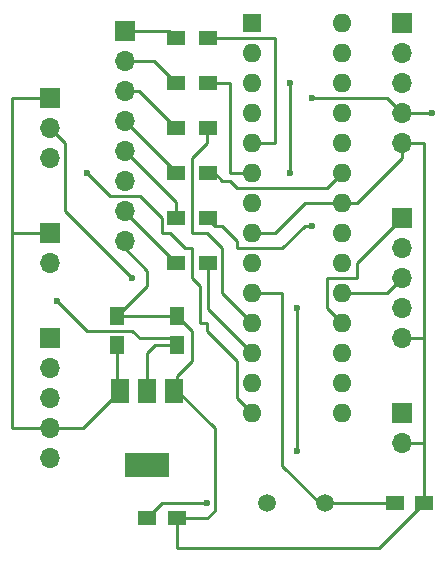
<source format=gbr>
G04 #@! TF.FileFunction,Copper,L1,Top,Signal*
%FSLAX46Y46*%
G04 Gerber Fmt 4.6, Leading zero omitted, Abs format (unit mm)*
G04 Created by KiCad (PCBNEW 4.0.7) date 02/16/18 12:23:05*
%MOMM*%
%LPD*%
G01*
G04 APERTURE LIST*
%ADD10C,0.100000*%
%ADD11R,3.800000X2.000000*%
%ADD12R,1.500000X2.000000*%
%ADD13C,1.500000*%
%ADD14R,1.700000X1.700000*%
%ADD15O,1.700000X1.700000*%
%ADD16R,1.500000X1.250000*%
%ADD17R,1.250000X1.500000*%
%ADD18R,1.600000X1.600000*%
%ADD19O,1.600000X1.600000*%
%ADD20R,1.500000X1.300000*%
%ADD21C,0.600000*%
%ADD22C,0.250000*%
G04 APERTURE END LIST*
D10*
D11*
X114300000Y-135865000D03*
D12*
X114300000Y-129565000D03*
X112000000Y-129565000D03*
X116600000Y-129565000D03*
D13*
X124460000Y-139065000D03*
X129340000Y-139065000D03*
D14*
X106045000Y-104775000D03*
D15*
X106045000Y-107315000D03*
X106045000Y-109855000D03*
D16*
X114320000Y-140335000D03*
X116820000Y-140335000D03*
X135275000Y-139065000D03*
X137775000Y-139065000D03*
D17*
X111760000Y-125710000D03*
X111760000Y-123210000D03*
X116840000Y-125710000D03*
X116840000Y-123210000D03*
D14*
X112395000Y-99060000D03*
D15*
X112395000Y-101600000D03*
X112395000Y-104140000D03*
X112395000Y-106680000D03*
X112395000Y-109220000D03*
X112395000Y-111760000D03*
X112395000Y-114300000D03*
X112395000Y-116840000D03*
D18*
X123190000Y-98425000D03*
D19*
X130810000Y-131445000D03*
X123190000Y-100965000D03*
X130810000Y-128905000D03*
X123190000Y-103505000D03*
X130810000Y-126365000D03*
X123190000Y-106045000D03*
X130810000Y-123825000D03*
X123190000Y-108585000D03*
X130810000Y-121285000D03*
X123190000Y-111125000D03*
X130810000Y-118745000D03*
X123190000Y-113665000D03*
X130810000Y-116205000D03*
X123190000Y-116205000D03*
X130810000Y-113665000D03*
X123190000Y-118745000D03*
X130810000Y-111125000D03*
X123190000Y-121285000D03*
X130810000Y-108585000D03*
X123190000Y-123825000D03*
X130810000Y-106045000D03*
X123190000Y-126365000D03*
X130810000Y-103505000D03*
X123190000Y-128905000D03*
X130810000Y-100965000D03*
X123190000Y-131445000D03*
X130810000Y-98425000D03*
D14*
X106045000Y-116205000D03*
D15*
X106045000Y-118745000D03*
D20*
X119460000Y-118745000D03*
X116760000Y-118745000D03*
X116760000Y-99695000D03*
X119460000Y-99695000D03*
X116760000Y-107315000D03*
X119460000Y-107315000D03*
X116760000Y-114935000D03*
X119460000Y-114935000D03*
X116760000Y-103505000D03*
X119460000Y-103505000D03*
X116760000Y-111125000D03*
X119460000Y-111125000D03*
D14*
X135890000Y-131445000D03*
D15*
X135890000Y-133985000D03*
D14*
X135890000Y-98425000D03*
D15*
X135890000Y-100965000D03*
X135890000Y-103505000D03*
X135890000Y-106045000D03*
X135890000Y-108585000D03*
D14*
X135890000Y-114935000D03*
D15*
X135890000Y-117475000D03*
X135890000Y-120015000D03*
X135890000Y-122555000D03*
X135890000Y-125095000D03*
D14*
X106045000Y-125095000D03*
D15*
X106045000Y-127635000D03*
X106045000Y-130175000D03*
X106045000Y-132715000D03*
X106045000Y-135255000D03*
D21*
X106680000Y-121920000D03*
X128270000Y-104775000D03*
X138430000Y-106045000D03*
X127000000Y-134620000D03*
X127000000Y-122555000D03*
X119380000Y-139065000D03*
X113030000Y-120015000D03*
X109220000Y-111125000D03*
X126365000Y-111125000D03*
X126365000Y-103505000D03*
X128270000Y-115570000D03*
D22*
X106680000Y-121920000D02*
X109220000Y-124460000D01*
X109220000Y-124460000D02*
X113030000Y-124460000D01*
X113030000Y-124460000D02*
X113665000Y-125095000D01*
X113665000Y-125095000D02*
X116205000Y-125095000D01*
X116205000Y-125095000D02*
X116840000Y-125730000D01*
X116840000Y-125730000D02*
X116840000Y-125710000D01*
X116840000Y-125710000D02*
X114955000Y-125710000D01*
X114300000Y-126365000D02*
X114300000Y-129565000D01*
X114955000Y-125710000D02*
X114300000Y-126365000D01*
X128270000Y-104775000D02*
X134620000Y-104775000D01*
X134620000Y-104775000D02*
X135890000Y-106045000D01*
X111760000Y-125710000D02*
X111760000Y-129325000D01*
X111760000Y-129325000D02*
X112000000Y-129565000D01*
X102870000Y-116205000D02*
X102870000Y-104775000D01*
X102870000Y-104775000D02*
X106045000Y-104775000D01*
X106045000Y-132715000D02*
X102870000Y-132715000D01*
X102870000Y-116205000D02*
X106045000Y-116205000D01*
X102870000Y-132715000D02*
X102870000Y-116205000D01*
X135890000Y-106045000D02*
X138430000Y-106045000D01*
X106045000Y-132715000D02*
X108850000Y-132715000D01*
X108850000Y-132715000D02*
X112000000Y-129565000D01*
X116600000Y-129565000D02*
X116840000Y-129540000D01*
X116840000Y-129540000D02*
X120015000Y-132715000D01*
X120015000Y-132715000D02*
X120015000Y-139700000D01*
X120015000Y-139700000D02*
X119380000Y-140335000D01*
X119380000Y-140335000D02*
X116820000Y-140335000D01*
X111760000Y-123210000D02*
X111760000Y-123190000D01*
X111760000Y-123190000D02*
X114300000Y-120650000D01*
X114300000Y-120650000D02*
X114300000Y-119380000D01*
X114300000Y-119380000D02*
X112395000Y-117475000D01*
X112395000Y-117475000D02*
X112395000Y-116840000D01*
X116840000Y-123210000D02*
X116840000Y-123190000D01*
X116840000Y-123190000D02*
X118110000Y-124460000D01*
X118110000Y-124460000D02*
X118110000Y-127000000D01*
X118110000Y-127000000D02*
X116840000Y-128270000D01*
X116840000Y-128270000D02*
X116840000Y-129540000D01*
X116840000Y-129540000D02*
X116600000Y-129565000D01*
X111760000Y-123210000D02*
X111760000Y-123190000D01*
X111760000Y-123190000D02*
X116840000Y-123190000D01*
X116840000Y-123190000D02*
X116840000Y-123210000D01*
X123190000Y-116205000D02*
X125095000Y-116205000D01*
X127635000Y-113665000D02*
X130810000Y-113665000D01*
X125095000Y-116205000D02*
X127635000Y-113665000D01*
X130810000Y-113665000D02*
X132080000Y-113665000D01*
X135890000Y-109855000D02*
X135890000Y-108585000D01*
X132080000Y-113665000D02*
X135890000Y-109855000D01*
X137775000Y-125115000D02*
X137775000Y-108605000D01*
X137755000Y-108585000D02*
X135890000Y-108585000D01*
X137775000Y-108605000D02*
X137755000Y-108585000D01*
X137775000Y-133985000D02*
X137775000Y-125115000D01*
X137755000Y-125095000D02*
X135890000Y-125095000D01*
X137775000Y-125115000D02*
X137755000Y-125095000D01*
X137775000Y-139065000D02*
X137775000Y-133985000D01*
X137775000Y-133985000D02*
X137775000Y-134005000D01*
X137755000Y-133985000D02*
X135890000Y-133985000D01*
X137775000Y-134005000D02*
X137755000Y-133985000D01*
X116820000Y-140335000D02*
X116820000Y-142855000D01*
X133965000Y-142875000D02*
X137775000Y-139065000D01*
X116840000Y-142875000D02*
X133965000Y-142875000D01*
X116820000Y-142855000D02*
X116840000Y-142875000D01*
X127000000Y-134620000D02*
X127000000Y-122555000D01*
X114320000Y-140335000D02*
X114300000Y-140335000D01*
X114300000Y-140335000D02*
X115570000Y-139065000D01*
X115570000Y-139065000D02*
X119380000Y-139065000D01*
X123190000Y-121285000D02*
X125730000Y-121285000D01*
X125730000Y-135890000D02*
X128905000Y-139065000D01*
X125730000Y-121285000D02*
X125730000Y-135890000D01*
X128905000Y-139065000D02*
X129340000Y-139065000D01*
X129340000Y-139065000D02*
X135275000Y-139065000D01*
X113030000Y-120015000D02*
X107315000Y-114300000D01*
X107315000Y-114300000D02*
X107315000Y-108585000D01*
X107315000Y-108585000D02*
X106045000Y-107315000D01*
X109220000Y-111125000D02*
X111125000Y-113030000D01*
X111125000Y-113030000D02*
X113665000Y-113030000D01*
X113665000Y-113030000D02*
X115570000Y-114935000D01*
X115570000Y-114935000D02*
X115570000Y-116205000D01*
X115570000Y-116205000D02*
X116205000Y-116205000D01*
X116205000Y-116205000D02*
X117475000Y-117475000D01*
X117475000Y-117475000D02*
X118110000Y-117475000D01*
X118110000Y-117475000D02*
X118110000Y-120015000D01*
X118110000Y-120015000D02*
X118745000Y-120650000D01*
X118745000Y-120650000D02*
X118745000Y-123825000D01*
X118745000Y-123825000D02*
X119380000Y-123825000D01*
X119380000Y-123825000D02*
X119380000Y-124460000D01*
X119380000Y-124460000D02*
X121920000Y-127000000D01*
X121920000Y-127000000D02*
X121920000Y-130175000D01*
X121920000Y-130175000D02*
X123190000Y-131445000D01*
X112395000Y-99060000D02*
X116125000Y-99060000D01*
X116125000Y-99060000D02*
X116760000Y-99695000D01*
X112395000Y-101600000D02*
X114855000Y-101600000D01*
X114855000Y-101600000D02*
X116760000Y-103505000D01*
X112395000Y-104140000D02*
X113585000Y-104140000D01*
X113585000Y-104140000D02*
X116760000Y-107315000D01*
X116760000Y-111125000D02*
X116760000Y-111045000D01*
X116760000Y-111045000D02*
X112395000Y-106680000D01*
X116760000Y-114935000D02*
X116760000Y-113585000D01*
X116760000Y-113585000D02*
X112395000Y-109220000D01*
X112395000Y-114300000D02*
X112395000Y-114380000D01*
X112395000Y-114380000D02*
X116760000Y-118745000D01*
X126365000Y-111125000D02*
X126365000Y-103505000D01*
X135890000Y-114935000D02*
X132080000Y-118745000D01*
X132080000Y-118745000D02*
X132080000Y-120015000D01*
X132080000Y-120015000D02*
X129540000Y-120015000D01*
X129540000Y-120015000D02*
X129540000Y-122555000D01*
X129540000Y-122555000D02*
X130810000Y-123825000D01*
X123190000Y-108585000D02*
X125095000Y-108585000D01*
X125095000Y-99695000D02*
X119460000Y-99695000D01*
X125095000Y-108585000D02*
X125095000Y-99695000D01*
X130810000Y-121285000D02*
X134620000Y-121285000D01*
X134620000Y-121285000D02*
X135890000Y-120015000D01*
X119460000Y-103505000D02*
X121285000Y-103505000D01*
X121285000Y-111125000D02*
X123190000Y-111125000D01*
X121285000Y-103505000D02*
X121285000Y-111125000D01*
X130810000Y-111125000D02*
X129540000Y-112395000D01*
X129540000Y-112395000D02*
X121920000Y-112395000D01*
X121920000Y-112395000D02*
X121285000Y-111760000D01*
X121285000Y-111760000D02*
X120650000Y-111760000D01*
X120650000Y-111760000D02*
X120015000Y-111125000D01*
X120015000Y-111125000D02*
X119460000Y-111125000D01*
X119460000Y-114935000D02*
X119380000Y-114935000D01*
X119380000Y-114935000D02*
X120015000Y-115570000D01*
X120015000Y-115570000D02*
X120650000Y-115570000D01*
X120650000Y-115570000D02*
X121920000Y-116840000D01*
X121920000Y-116840000D02*
X121920000Y-117475000D01*
X121920000Y-117475000D02*
X125730000Y-117475000D01*
X125730000Y-117475000D02*
X127635000Y-115570000D01*
X127635000Y-115570000D02*
X128270000Y-115570000D01*
X123190000Y-123825000D02*
X120650000Y-121285000D01*
X120650000Y-121285000D02*
X120650000Y-117475000D01*
X120650000Y-117475000D02*
X119380000Y-116205000D01*
X119380000Y-116205000D02*
X118110000Y-116205000D01*
X118110000Y-116205000D02*
X118110000Y-109855000D01*
X118110000Y-109855000D02*
X119380000Y-108585000D01*
X119380000Y-108585000D02*
X119380000Y-107315000D01*
X119380000Y-107315000D02*
X119460000Y-107315000D01*
X119460000Y-118745000D02*
X119460000Y-122635000D01*
X119460000Y-122635000D02*
X123190000Y-126365000D01*
M02*

</source>
